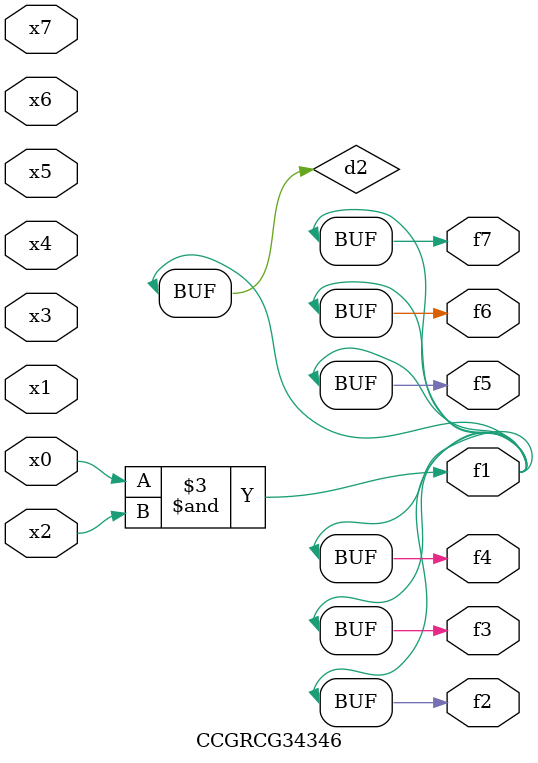
<source format=v>
module CCGRCG34346(
	input x0, x1, x2, x3, x4, x5, x6, x7,
	output f1, f2, f3, f4, f5, f6, f7
);

	wire d1, d2;

	nor (d1, x3, x6);
	and (d2, x0, x2);
	assign f1 = d2;
	assign f2 = d2;
	assign f3 = d2;
	assign f4 = d2;
	assign f5 = d2;
	assign f6 = d2;
	assign f7 = d2;
endmodule

</source>
